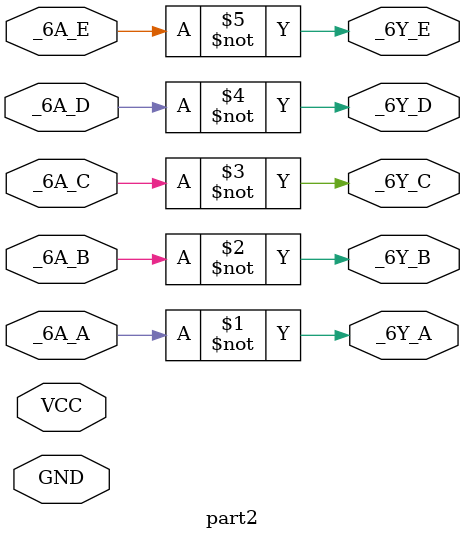
<source format=v>
module part2(	// file.cleaned.mlir:2:3
  input  _6A_A,	// file.cleaned.mlir:2:23
         VCC,	// file.cleaned.mlir:2:46
         GND,	// file.cleaned.mlir:2:60
         _6A_B,	// file.cleaned.mlir:2:74
         _6A_C,	// file.cleaned.mlir:2:97
         _6A_D,	// file.cleaned.mlir:2:120
         _6A_E,	// file.cleaned.mlir:2:143
  output _6Y_A,	// file.cleaned.mlir:2:167
         _6Y_B,	// file.cleaned.mlir:2:184
         _6Y_C,	// file.cleaned.mlir:2:201
         _6Y_D,	// file.cleaned.mlir:2:218
         _6Y_E	// file.cleaned.mlir:2:235
);

  assign _6Y_A = ~_6A_A;	// file.cleaned.mlir:4:10, :9:5
  assign _6Y_B = ~_6A_B;	// file.cleaned.mlir:5:10, :9:5
  assign _6Y_C = ~_6A_C;	// file.cleaned.mlir:6:10, :9:5
  assign _6Y_D = ~_6A_D;	// file.cleaned.mlir:7:10, :9:5
  assign _6Y_E = ~_6A_E;	// file.cleaned.mlir:8:10, :9:5
endmodule


</source>
